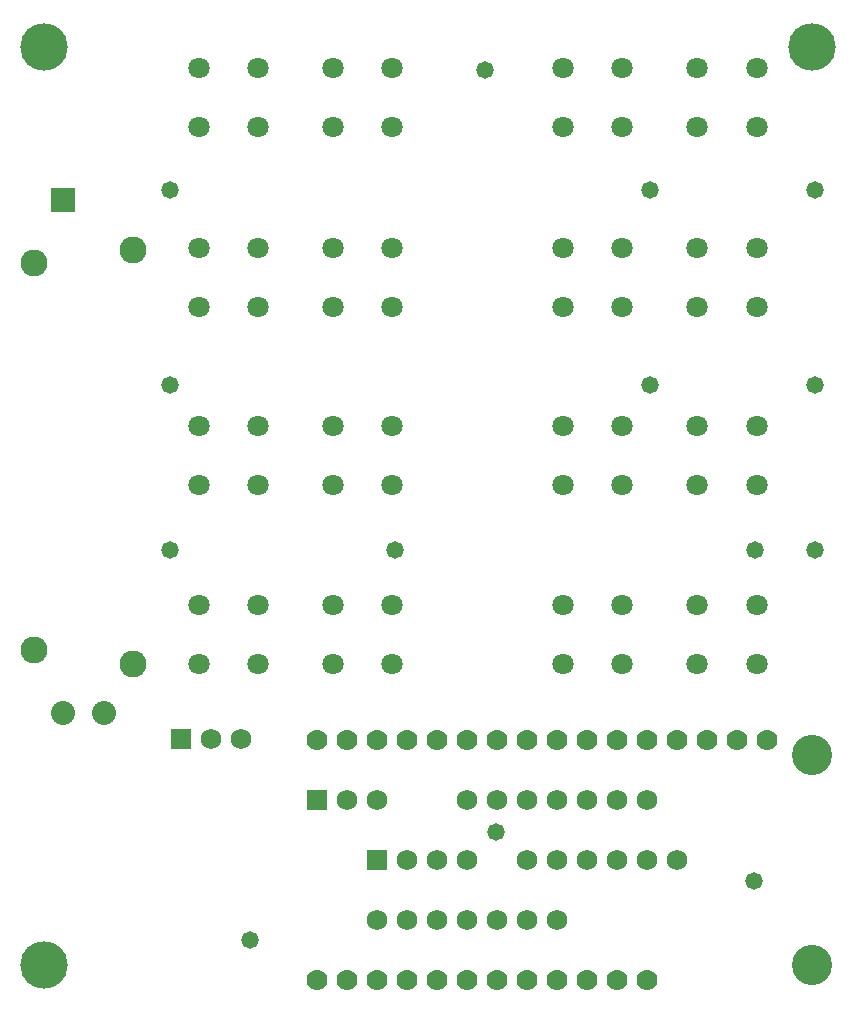
<source format=gbs>
G04 Layer_Color=16711935*
%FSLAX23Y23*%
%MOIN*%
G70*
G01*
G75*
%ADD20C,0.090*%
%ADD21C,0.080*%
%ADD22R,0.080X0.080*%
%ADD29C,0.070*%
%ADD30C,0.134*%
%ADD31C,0.068*%
%ADD32R,0.068X0.068*%
%ADD33C,0.071*%
%ADD34C,0.158*%
%ADD35C,0.058*%
D20*
X2098Y4866D02*
D03*
Y6156D02*
D03*
X2428Y4821D02*
D03*
X2428Y6201D02*
D03*
D21*
X2331Y4656D02*
D03*
X2194D02*
D03*
D22*
Y6367D02*
D03*
D29*
X4139Y3765D02*
D03*
X4039D02*
D03*
X3939D02*
D03*
X3839D02*
D03*
X3739D02*
D03*
X3639D02*
D03*
X3539D02*
D03*
X3439D02*
D03*
X3339D02*
D03*
X3239D02*
D03*
X3139D02*
D03*
X3039D02*
D03*
Y4565D02*
D03*
X3139D02*
D03*
X3239D02*
D03*
X3339D02*
D03*
X3439D02*
D03*
X3539D02*
D03*
X3639D02*
D03*
X3739D02*
D03*
X3839D02*
D03*
X3939D02*
D03*
X4039D02*
D03*
X4139D02*
D03*
X4239D02*
D03*
X4339D02*
D03*
X4439D02*
D03*
X4539D02*
D03*
D30*
X4689Y3815D02*
D03*
Y4515D02*
D03*
D31*
X2785Y4570D02*
D03*
X2685D02*
D03*
X3239Y4365D02*
D03*
X3139D02*
D03*
X3539D02*
D03*
X3739D02*
D03*
X3839D02*
D03*
X4139D02*
D03*
X4039D02*
D03*
X3639D02*
D03*
X3939D02*
D03*
X3239Y3965D02*
D03*
X3439D02*
D03*
X3539D02*
D03*
X3839D02*
D03*
X3739D02*
D03*
X3339D02*
D03*
X3639D02*
D03*
X3339Y4165D02*
D03*
X3439D02*
D03*
X3539D02*
D03*
X3839D02*
D03*
X3939D02*
D03*
X4239D02*
D03*
X4139D02*
D03*
X3739D02*
D03*
X4039D02*
D03*
D32*
X2585Y4570D02*
D03*
X3039Y4365D02*
D03*
X3239Y4165D02*
D03*
D33*
X4308Y5017D02*
D03*
X4505D02*
D03*
Y4820D02*
D03*
X4308D02*
D03*
X4057Y5017D02*
D03*
X3860D02*
D03*
Y4820D02*
D03*
X4057D02*
D03*
X4308Y5612D02*
D03*
X4505D02*
D03*
Y5415D02*
D03*
X4308D02*
D03*
X4057Y5612D02*
D03*
X3860D02*
D03*
Y5415D02*
D03*
X4057D02*
D03*
X4308Y6207D02*
D03*
X4505D02*
D03*
Y6010D02*
D03*
X4308D02*
D03*
X4057Y6207D02*
D03*
X3860D02*
D03*
Y6010D02*
D03*
X4057D02*
D03*
X4308Y6805D02*
D03*
X4505D02*
D03*
Y6608D02*
D03*
X4308D02*
D03*
X4057Y6805D02*
D03*
X3860D02*
D03*
Y6608D02*
D03*
X4057D02*
D03*
X3093Y5017D02*
D03*
X3290D02*
D03*
Y4820D02*
D03*
X3093D02*
D03*
X2842Y5017D02*
D03*
X2645D02*
D03*
Y4820D02*
D03*
X2842D02*
D03*
X3093Y5612D02*
D03*
X3290D02*
D03*
Y5415D02*
D03*
X3093D02*
D03*
X2842Y5612D02*
D03*
X2645D02*
D03*
Y5415D02*
D03*
X2842D02*
D03*
X3093Y6207D02*
D03*
X3290D02*
D03*
Y6010D02*
D03*
X3093D02*
D03*
X2842Y6207D02*
D03*
X2645D02*
D03*
Y6010D02*
D03*
X2842D02*
D03*
X3093Y6805D02*
D03*
X3290D02*
D03*
Y6608D02*
D03*
X3093D02*
D03*
X2842Y6805D02*
D03*
X2645D02*
D03*
Y6608D02*
D03*
X2842D02*
D03*
D34*
X2130Y3815D02*
D03*
X4689Y6875D02*
D03*
X2130D02*
D03*
D35*
X2815Y3898D02*
D03*
X3600Y6800D02*
D03*
X4495Y4095D02*
D03*
X2550Y5200D02*
D03*
X3300D02*
D03*
X4500D02*
D03*
X4700Y5750D02*
D03*
Y6400D02*
D03*
X4150D02*
D03*
X2550Y5750D02*
D03*
X4700Y5200D02*
D03*
X4150Y5750D02*
D03*
X2550Y6400D02*
D03*
X3635Y4260D02*
D03*
M02*

</source>
